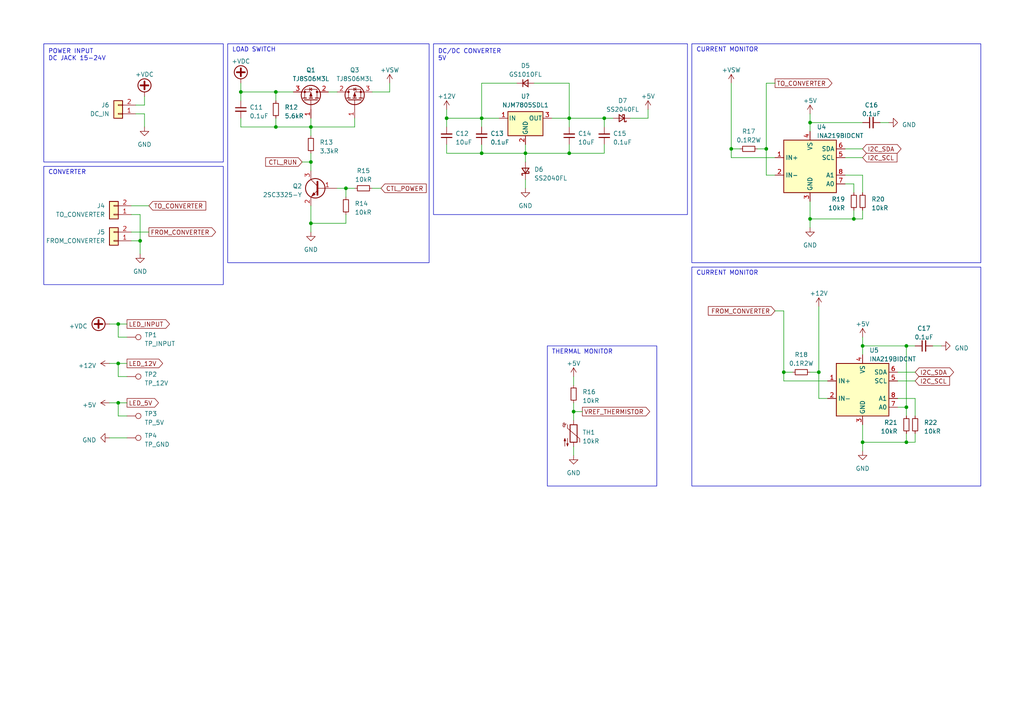
<source format=kicad_sch>
(kicad_sch (version 20231120) (generator "eeschema") (generator_version "8.0")
  (paper "A4")
  (lib_symbols
    (symbol "Connector:TestPoint" (pin_numbers hide) (pin_names (offset 0.762) hide)
      (property "Reference" "TP" (at 0 6.858 0))
      (property "Value" "TestPoint" (at 0 5.08 0))
      (symbol "TestPoint_0_1"
        (circle (center 0 3.302) (radius 0.762))
      )
      (symbol "TestPoint_1_1"
        (pin passive line (at 0 0 90) (length 2.54) (name "1") (number "1"))
      )
    )
    (symbol "Connector_Generic:Conn_01x02" (pin_names (offset 1.016) hide)
      (property "Reference" "J" (at 0 2.54 0))
      (property "Value" "Conn_01x02" (at 0 -5.08 0))
      (symbol "Conn_01x02_1_1"
        (rectangle (start -1.27 -2.413) (end 0 -2.667) (stroke (width 0.1524)))
        (rectangle (start -1.27 0.127) (end 0 -0.127) (stroke (width 0.1524)))
        (rectangle (start -1.27 1.27) (end 1.27 -3.81) (stroke (width 0.254)) (fill (type background)))
        (pin passive line (at -5.08 0 0) (length 3.81) (name "Pin_1") (number "1"))
        (pin passive line (at -5.08 -2.54 0) (length 3.81) (name "Pin_2") (number "2"))
      )
    )
    (symbol "Device:C_Small" (pin_numbers hide) (pin_names (offset 0.254) hide)
      (property "Reference" "C" (at 0.254 1.778 0))
      (property "Value" "C_Small" (at 0.254 -2.032 0))
      (symbol "C_Small_0_1"
        (polyline (pts (xy -1.524 -0.508) (xy 1.524 -0.508)) (stroke (width 0.3302)))
        (polyline (pts (xy -1.524 0.508) (xy 1.524 0.508)) (stroke (width 0.3048)))
      )
      (symbol "C_Small_1_1"
        (pin passive line (at 0 2.54 270) (length 2.032) (name "~") (number "1"))
        (pin passive line (at 0 -2.54 90) (length 2.032) (name "~") (number "2"))
      )
    )
    (symbol "Device:D_Schottky_Small" (pin_numbers hide) (pin_names (offset 0.254) hide)
      (property "Reference" "D" (at -1.27 2.032 0))
      (property "Value" "D_Schottky_Small" (at -7.112 -2.032 0))
      (symbol "D_Schottky_Small_0_1"
        (polyline (pts (xy -0.762 0) (xy 0.762 0)))
        (polyline (pts (xy 0.762 -1.016) (xy -0.762 0) (xy 0.762 1.016) (xy 0.762 -1.016)) (stroke (width 0.254)))
        (polyline (pts (xy -1.27 0.762) (xy -1.27 1.016) (xy -0.762 1.016) (xy -0.762 -1.016) (xy -0.254 -1.016) (xy -0.254 -0.762)) (stroke (width 0.254)))
      )
      (symbol "D_Schottky_Small_1_1"
        (pin passive line (at -2.54 0 0) (length 1.778) (name "K") (number "1"))
        (pin passive line (at 2.54 0 180) (length 1.778) (name "A") (number "2"))
      )
    )
    (symbol "Device:D_Small" (pin_numbers hide) (pin_names (offset 0.254) hide)
      (property "Reference" "D" (at -1.27 2.032 0))
      (property "Value" "D_Small" (at -3.81 -2.032 0))
      (symbol "D_Small_0_1"
        (polyline (pts (xy -0.762 -1.016) (xy -0.762 1.016)) (stroke (width 0.254)))
        (polyline (pts (xy -0.762 0) (xy 0.762 0)))
        (polyline (pts (xy 0.762 -1.016) (xy -0.762 0) (xy 0.762 1.016) (xy 0.762 -1.016)) (stroke (width 0.254)))
      )
      (symbol "D_Small_1_1"
        (pin passive line (at -2.54 0 0) (length 1.778) (name "K") (number "1"))
        (pin passive line (at 2.54 0 180) (length 1.778) (name "A") (number "2"))
      )
    )
    (symbol "Device:Q_NPN_BEC" (pin_names (offset 0) hide)
      (property "Reference" "Q" (at 5.08 1.27 0))
      (property "Value" "Q_NPN_BEC" (at 5.08 -1.27 0))
      (symbol "Q_NPN_BEC_0_1"
        (polyline (pts (xy 0.635 0.635) (xy 2.54 2.54)))
        (polyline (pts (xy 0.635 -0.635) (xy 2.54 -2.54) (xy 2.54 -2.54)))
        (polyline (pts (xy 0.635 1.905) (xy 0.635 -1.905) (xy 0.635 -1.905)) (stroke (width 0.508)))
        (polyline (pts (xy 1.27 -1.778) (xy 1.778 -1.27) (xy 2.286 -2.286) (xy 1.27 -1.778) (xy 1.27 -1.778)) (fill (type outline)))
        (circle (center 1.27 0) (radius 2.8194) (stroke (width 0.254)))
      )
      (symbol "Q_NPN_BEC_1_1"
        (pin input line (at -5.08 0 0) (length 5.715) (name "B") (number "1"))
        (pin passive line (at 2.54 -5.08 90) (length 2.54) (name "E") (number "2"))
        (pin passive line (at 2.54 5.08 270) (length 2.54) (name "C") (number "3"))
      )
    )
    (symbol "Device:R_Small" (pin_numbers hide) (pin_names (offset 0.254) hide)
      (property "Reference" "R" (at 0.762 0.508 0))
      (property "Value" "R_Small" (at 0.762 -1.016 0))
      (symbol "R_Small_0_1"
        (rectangle (start -0.762 1.778) (end 0.762 -1.778) (stroke (width 0.2032)))
      )
      (symbol "R_Small_1_1"
        (pin passive line (at 0 2.54 270) (length 0.762) (name "~") (number "1"))
        (pin passive line (at 0 -2.54 90) (length 0.762) (name "~") (number "2"))
      )
    )
    (symbol "Device:Thermistor_NTC" (pin_numbers hide) (pin_names (offset 0))
      (property "Reference" "TH" (at -4.445 0 90))
      (property "Value" "Thermistor_NTC" (at 3.175 0 90))
      (symbol "Thermistor_NTC_0_1"
        (arc (start -3.048 2.159) (mid -3.0495 2.3143) (end -3.175 2.413))
        (arc (start -3.048 2.159) (mid -2.9736 1.9794) (end -2.794 1.905))
        (arc (start -3.048 2.794) (mid -2.9736 2.6144) (end -2.794 2.54))
        (arc (start -2.794 1.905) (mid -2.6144 1.9794) (end -2.54 2.159))
        (arc (start -2.794 2.54) (mid -2.4393 2.5587) (end -2.159 2.794))
        (arc (start -2.794 3.048) (mid -2.9736 2.9736) (end -3.048 2.794))
        (arc (start -2.54 2.794) (mid -2.6144 2.9736) (end -2.794 3.048))
        (rectangle (start -1.016 2.54) (end 1.016 -2.54) (stroke (width 0.254)))
        (polyline (pts (xy -2.54 2.159) (xy -2.54 2.794)))
        (polyline (pts (xy -1.778 2.54) (xy -1.778 1.524) (xy 1.778 -1.524) (xy 1.778 -2.54)))
        (polyline (pts (xy -2.54 -3.683) (xy -2.54 -1.397) (xy -2.794 -2.159) (xy -2.286 -2.159) (xy -2.54 -1.397) (xy -2.54 -1.651)) (fill (type outline)))
        (polyline (pts (xy -1.778 -1.397) (xy -1.778 -3.683) (xy -2.032 -2.921) (xy -1.524 -2.921) (xy -1.778 -3.683) (xy -1.778 -3.429)) (fill (type outline)))
      )
      (symbol "Thermistor_NTC_1_1"
        (pin passive line (at 0 3.81 270) (length 1.27) (name "~") (number "1"))
        (pin passive line (at 0 -3.81 90) (length 1.27) (name "~") (number "2"))
      )
    )
    (symbol "Regulator_Linear:L7812" (pin_names (offset 0.254))
      (property "Reference" "U" (at -3.81 3.175 0))
      (property "Value" "L7812" (at 0 3.175 0))
      (symbol "L7812_0_1"
        (rectangle (start -5.08 1.905) (end 5.08 -5.08) (stroke (width 0.254)) (fill (type background)))
      )
      (symbol "L7812_1_1"
        (pin power_in line (at -7.62 0 0) (length 2.54) (name "IN") (number "1"))
        (pin power_in line (at 0 -7.62 90) (length 2.54) (name "GND") (number "2"))
        (pin power_out line (at 7.62 0 180) (length 2.54) (name "OUT") (number "3"))
      )
    )
    (symbol "Sensor_Energy:INA219BxDCN"
      (property "Reference" "U" (at -6.35 8.89 0))
      (property "Value" "INA219BxDCN" (at 6.35 8.89 0))
      (symbol "INA219BxDCN_0_1"
        (rectangle (start -7.62 7.62) (end 7.62 -7.62) (stroke (width 0.254)) (fill (type background)))
      )
      (symbol "INA219BxDCN_1_1"
        (pin input line (at -10.16 2.54 0) (length 2.54) (name "IN+") (number "1"))
        (pin input line (at -10.16 -2.54 0) (length 2.54) (name "IN-") (number "2"))
        (pin power_in line (at 0 -10.16 90) (length 2.54) (name "GND") (number "3"))
        (pin power_in line (at 0 10.16 270) (length 2.54) (name "VS") (number "4"))
        (pin input line (at 10.16 2.54 180) (length 2.54) (name "SCL") (number "5"))
        (pin bidirectional line (at 10.16 5.08 180) (length 2.54) (name "SDA") (number "6"))
        (pin input line (at 10.16 -5.08 180) (length 2.54) (name "A0") (number "7"))
        (pin input line (at 10.16 -2.54 180) (length 2.54) (name "A1") (number "8"))
      )
    )
    (symbol "Transistor_FET:QM6015D" (pin_names hide)
      (property "Reference" "Q" (at 5.08 1.905 0))
      (property "Value" "QM6015D" (at 5.08 0 0))
      (symbol "QM6015D_0_1"
        (polyline (pts (xy 0.254 0) (xy -2.54 0)))
        (polyline (pts (xy 0.254 1.905) (xy 0.254 -1.905)) (stroke (width 0.254)))
        (polyline (pts (xy 0.762 -1.27) (xy 0.762 -2.286)) (stroke (width 0.254)))
        (polyline (pts (xy 0.762 0.508) (xy 0.762 -0.508)) (stroke (width 0.254)))
        (polyline (pts (xy 0.762 2.286) (xy 0.762 1.27)) (stroke (width 0.254)))
        (polyline (pts (xy 2.54 2.54) (xy 2.54 1.778)))
        (polyline (pts (xy 2.54 -2.54) (xy 2.54 0) (xy 0.762 0)))
        (polyline (pts (xy 0.762 1.778) (xy 3.302 1.778) (xy 3.302 -1.778) (xy 0.762 -1.778)))
        (polyline (pts (xy 2.286 0) (xy 1.27 0.381) (xy 1.27 -0.381) (xy 2.286 0)) (fill (type outline)))
        (polyline (pts (xy 2.794 -0.508) (xy 2.921 -0.381) (xy 3.683 -0.381) (xy 3.81 -0.254)))
        (polyline (pts (xy 3.302 -0.381) (xy 2.921 0.254) (xy 3.683 0.254) (xy 3.302 -0.381)))
        (circle (center 1.651 0) (radius 2.794) (stroke (width 0.254)))
        (circle (center 2.54 -1.778) (radius 0.254) (fill (type outline)))
        (circle (center 2.54 1.778) (radius 0.254) (fill (type outline)))
      )
      (symbol "QM6015D_1_1"
        (pin passive line (at -5.08 0 0) (length 2.54) (name "G") (number "1"))
        (pin passive line (at 2.54 5.08 270) (length 2.54) (name "D") (number "2"))
        (pin passive line (at 2.54 -5.08 90) (length 2.54) (name "S") (number "3"))
      )
    )
    (symbol "power:+12V" (power) (pin_names (offset 0))
      (property "Value" "+12V" (at 0 3.556 0))
      (symbol "+12V_0_1"
        (polyline (pts (xy -0.762 1.27) (xy 0 2.54)))
        (polyline (pts (xy 0 0) (xy 0 2.54)))
        (polyline (pts (xy 0 2.54) (xy 0.762 1.27)))
      )
      (symbol "+12V_1_1"
        (pin power_in line (at 0 0 90) (length 0) hide (name "+12V") (number "1"))
      )
    )
    (symbol "power:+5V" (power) (pin_names (offset 0))
      (property "Value" "+5V" (at 0 3.556 0))
      (symbol "+5V_0_1"
        (polyline (pts (xy -0.762 1.27) (xy 0 2.54)))
        (polyline (pts (xy 0 0) (xy 0 2.54)))
        (polyline (pts (xy 0 2.54) (xy 0.762 1.27)))
      )
      (symbol "+5V_1_1"
        (pin power_in line (at 0 0 90) (length 0) hide (name "+5V") (number "1"))
      )
    )
    (symbol "power:+VDC" (power) (pin_names (offset 0))
      (property "Value" "+VDC" (at 0 6.35 0))
      (symbol "+VDC_0_1"
        (polyline (pts (xy -1.143 3.175) (xy 1.143 3.175)) (stroke (width 0.508)))
        (polyline (pts (xy 0 0) (xy 0 1.27)))
        (polyline (pts (xy 0 2.032) (xy 0 4.318)) (stroke (width 0.508)))
        (circle (center 0 3.175) (radius 1.905) (stroke (width 0.254)))
      )
      (symbol "+VDC_1_1"
        (pin power_in line (at 0 0 90) (length 0) hide (name "+VDC") (number "1"))
      )
    )
    (symbol "power:+VSW" (power) (pin_names (offset 0))
      (property "Value" "+VSW" (at 0 3.556 0))
      (symbol "+VSW_0_1"
        (polyline (pts (xy -0.762 1.27) (xy 0 2.54)))
        (polyline (pts (xy 0 0) (xy 0 2.54)))
        (polyline (pts (xy 0 2.54) (xy 0.762 1.27)))
      )
      (symbol "+VSW_1_1"
        (pin power_in line (at 0 0 90) (length 0) hide (name "+VSW") (number "1"))
      )
    )
    (symbol "power:GND" (power) (pin_names (offset 0))
      (property "Value" "GND" (at 0 -3.81 0))
      (symbol "GND_0_1"
        (polyline (pts (xy 0 0) (xy 0 -1.27) (xy 1.27 -1.27) (xy 0 -2.54) (xy -1.27 -1.27) (xy 0 -1.27)))
      )
      (symbol "GND_1_1"
        (pin power_in line (at 0 0 270) (length 0) hide (name "GND") (number "1"))
      )
    )
  )
  (junction (at 175.26 34.29))
  (junction (at 262.89 100.33))
  (junction (at 40.64 69.85))
  (junction (at 152.4 44.45))
  (junction (at 262.89 128.27))
  (junction (at 212.09 43.18))
  (junction (at 90.17 64.77))
  (junction (at 234.95 63.5))
  (junction (at 90.17 46.99))
  (junction (at 165.1 34.29))
  (junction (at 227.33 107.95))
  (junction (at 80.01 36.83))
  (junction (at 100.33 54.61))
  (junction (at 80.01 26.67))
  (junction (at 250.19 128.27))
  (junction (at 34.29 105.41))
  (junction (at 250.19 100.33))
  (junction (at 234.95 35.56))
  (junction (at 222.25 43.18))
  (junction (at 262.89 118.11))
  (junction (at 34.29 116.84))
  (junction (at 165.1 44.45))
  (junction (at 166.37 119.38))
  (junction (at 69.85 26.67))
  (junction (at 247.65 63.5))
  (junction (at 139.7 44.45))
  (junction (at 129.54 34.29))
  (junction (at 139.7 34.29))
  (junction (at 237.49 107.95))
  (junction (at 90.17 36.83))
  (junction (at 34.29 93.98))
  (wire (pts (xy 40.64 62.23) (xy 40.64 69.85)))
  (wire (pts (xy 80.01 34.29) (xy 80.01 36.83)))
  (wire (pts (xy 36.83 109.22) (xy 34.29 109.22)))
  (wire (pts (xy 265.43 110.49) (xy 260.35 110.49)))
  (wire (pts (xy 129.54 34.29) (xy 139.7 34.29)))
  (wire (pts (xy 250.19 130.81) (xy 250.19 128.27)))
  (wire (pts (xy 262.89 128.27) (xy 262.89 125.73)))
  (wire (pts (xy 139.7 44.45) (xy 152.4 44.45)))
  (wire (pts (xy 212.09 24.13) (xy 212.09 43.18)))
  (wire (pts (xy 247.65 63.5) (xy 247.65 60.96)))
  (wire (pts (xy 165.1 34.29) (xy 165.1 36.83)))
  (wire (pts (xy 31.75 116.84) (xy 34.29 116.84)))
  (wire (pts (xy 175.26 44.45) (xy 165.1 44.45)))
  (wire (pts (xy 262.89 100.33) (xy 262.89 118.11)))
  (wire (pts (xy 227.33 107.95) (xy 229.87 107.95)))
  (wire (pts (xy 69.85 34.29) (xy 69.85 36.83)))
  (wire (pts (xy 152.4 41.91) (xy 152.4 44.45)))
  (wire (pts (xy 41.91 27.94) (xy 41.91 30.48)))
  (wire (pts (xy 250.19 128.27) (xy 262.89 128.27)))
  (wire (pts (xy 175.26 34.29) (xy 175.26 36.83)))
  (wire (pts (xy 36.83 127) (xy 31.75 127)))
  (wire (pts (xy 102.87 34.29) (xy 102.87 36.83)))
  (wire (pts (xy 34.29 120.65) (xy 34.29 116.84)))
  (wire (pts (xy 219.71 43.18) (xy 222.25 43.18)))
  (wire (pts (xy 265.43 115.57) (xy 265.43 120.65)))
  (wire (pts (xy 224.79 90.17) (xy 227.33 90.17)))
  (wire (pts (xy 262.89 100.33) (xy 265.43 100.33)))
  (wire (pts (xy 69.85 36.83) (xy 80.01 36.83)))
  (wire (pts (xy 234.95 107.95) (xy 237.49 107.95)))
  (wire (pts (xy 175.26 34.29) (xy 177.8 34.29)))
  (wire (pts (xy 227.33 90.17) (xy 227.33 107.95)))
  (wire (pts (xy 224.79 50.8) (xy 222.25 50.8)))
  (wire (pts (xy 139.7 41.91) (xy 139.7 44.45)))
  (wire (pts (xy 87.63 46.99) (xy 90.17 46.99)))
  (wire (pts (xy 100.33 64.77) (xy 90.17 64.77)))
  (wire (pts (xy 90.17 36.83) (xy 90.17 34.29)))
  (wire (pts (xy 113.03 26.67) (xy 107.95 26.67)))
  (wire (pts (xy 107.95 54.61) (xy 110.49 54.61)))
  (wire (pts (xy 100.33 57.15) (xy 100.33 54.61)))
  (wire (pts (xy 212.09 45.72) (xy 224.79 45.72)))
  (wire (pts (xy 90.17 46.99) (xy 90.17 49.53)))
  (wire (pts (xy 100.33 62.23) (xy 100.33 64.77)))
  (wire (pts (xy 222.25 24.13) (xy 222.25 43.18)))
  (wire (pts (xy 224.79 24.13) (xy 222.25 24.13)))
  (wire (pts (xy 80.01 26.67) (xy 69.85 26.67)))
  (wire (pts (xy 85.09 26.67) (xy 80.01 26.67)))
  (wire (pts (xy 154.94 24.13) (xy 165.1 24.13)))
  (wire (pts (xy 250.19 123.19) (xy 250.19 128.27)))
  (wire (pts (xy 166.37 119.38) (xy 166.37 121.92)))
  (wire (pts (xy 100.33 54.61) (xy 97.79 54.61)))
  (wire (pts (xy 129.54 44.45) (xy 139.7 44.45)))
  (wire (pts (xy 250.19 43.18) (xy 245.11 43.18)))
  (wire (pts (xy 234.95 35.56) (xy 234.95 38.1)))
  (wire (pts (xy 139.7 34.29) (xy 139.7 36.83)))
  (wire (pts (xy 38.1 62.23) (xy 40.64 62.23)))
  (wire (pts (xy 129.54 41.91) (xy 129.54 44.45)))
  (wire (pts (xy 41.91 33.02) (xy 41.91 36.83)))
  (wire (pts (xy 273.05 100.33) (xy 270.51 100.33)))
  (wire (pts (xy 245.11 50.8) (xy 250.19 50.8)))
  (wire (pts (xy 34.29 97.79) (xy 34.29 93.98)))
  (wire (pts (xy 100.33 54.61) (xy 102.87 54.61)))
  (wire (pts (xy 90.17 64.77) (xy 90.17 59.69)))
  (wire (pts (xy 260.35 115.57) (xy 265.43 115.57)))
  (wire (pts (xy 166.37 116.84) (xy 166.37 119.38)))
  (wire (pts (xy 34.29 93.98) (xy 31.75 93.98)))
  (wire (pts (xy 247.65 53.34) (xy 245.11 53.34)))
  (wire (pts (xy 250.19 45.72) (xy 245.11 45.72)))
  (wire (pts (xy 250.19 100.33) (xy 262.89 100.33)))
  (wire (pts (xy 212.09 43.18) (xy 212.09 45.72)))
  (wire (pts (xy 40.64 69.85) (xy 40.64 73.66)))
  (wire (pts (xy 250.19 97.79) (xy 250.19 100.33)))
  (wire (pts (xy 227.33 110.49) (xy 240.03 110.49)))
  (wire (pts (xy 38.1 69.85) (xy 40.64 69.85)))
  (wire (pts (xy 36.83 120.65) (xy 34.29 120.65)))
  (wire (pts (xy 237.49 88.9) (xy 237.49 107.95)))
  (wire (pts (xy 166.37 119.38) (xy 168.91 119.38)))
  (wire (pts (xy 160.02 34.29) (xy 165.1 34.29)))
  (wire (pts (xy 175.26 41.91) (xy 175.26 44.45)))
  (wire (pts (xy 182.88 34.29) (xy 187.96 34.29)))
  (wire (pts (xy 129.54 31.75) (xy 129.54 34.29)))
  (wire (pts (xy 227.33 107.95) (xy 227.33 110.49)))
  (wire (pts (xy 80.01 36.83) (xy 90.17 36.83)))
  (wire (pts (xy 95.25 26.67) (xy 97.79 26.67)))
  (wire (pts (xy 250.19 50.8) (xy 250.19 55.88)))
  (wire (pts (xy 222.25 43.18) (xy 222.25 50.8)))
  (wire (pts (xy 234.95 35.56) (xy 250.19 35.56)))
  (wire (pts (xy 234.95 63.5) (xy 247.65 63.5)))
  (wire (pts (xy 144.78 34.29) (xy 139.7 34.29)))
  (wire (pts (xy 69.85 26.67) (xy 69.85 29.21)))
  (wire (pts (xy 34.29 93.98) (xy 36.83 93.98)))
  (wire (pts (xy 90.17 36.83) (xy 90.17 39.37)))
  (wire (pts (xy 240.03 115.57) (xy 237.49 115.57)))
  (wire (pts (xy 237.49 107.95) (xy 237.49 115.57)))
  (wire (pts (xy 247.65 63.5) (xy 250.19 63.5)))
  (wire (pts (xy 262.89 118.11) (xy 260.35 118.11)))
  (wire (pts (xy 34.29 116.84) (xy 36.83 116.84)))
  (wire (pts (xy 34.29 109.22) (xy 34.29 105.41)))
  (wire (pts (xy 166.37 109.22) (xy 166.37 111.76)))
  (wire (pts (xy 102.87 36.83) (xy 90.17 36.83)))
  (wire (pts (xy 90.17 44.45) (xy 90.17 46.99)))
  (wire (pts (xy 247.65 53.34) (xy 247.65 55.88)))
  (wire (pts (xy 265.43 107.95) (xy 260.35 107.95)))
  (wire (pts (xy 139.7 24.13) (xy 149.86 24.13)))
  (wire (pts (xy 152.4 44.45) (xy 152.4 46.99)))
  (wire (pts (xy 250.19 100.33) (xy 250.19 102.87)))
  (wire (pts (xy 234.95 58.42) (xy 234.95 63.5)))
  (wire (pts (xy 139.7 24.13) (xy 139.7 34.29)))
  (wire (pts (xy 265.43 125.73) (xy 265.43 128.27)))
  (wire (pts (xy 39.37 33.02) (xy 41.91 33.02)))
  (wire (pts (xy 165.1 41.91) (xy 165.1 44.45)))
  (wire (pts (xy 113.03 24.13) (xy 113.03 26.67)))
  (wire (pts (xy 38.1 67.31) (xy 43.18 67.31)))
  (wire (pts (xy 262.89 118.11) (xy 262.89 120.65)))
  (wire (pts (xy 69.85 26.67) (xy 69.85 24.13)))
  (wire (pts (xy 90.17 67.31) (xy 90.17 64.77)))
  (wire (pts (xy 262.89 128.27) (xy 265.43 128.27)))
  (wire (pts (xy 166.37 132.08) (xy 166.37 129.54)))
  (wire (pts (xy 257.81 35.56) (xy 255.27 35.56)))
  (wire (pts (xy 38.1 59.69) (xy 43.18 59.69)))
  (wire (pts (xy 165.1 24.13) (xy 165.1 34.29)))
  (wire (pts (xy 187.96 31.75) (xy 187.96 34.29)))
  (wire (pts (xy 129.54 34.29) (xy 129.54 36.83)))
  (wire (pts (xy 34.29 105.41) (xy 31.75 105.41)))
  (wire (pts (xy 152.4 52.07) (xy 152.4 54.61)))
  (wire (pts (xy 36.83 97.79) (xy 34.29 97.79)))
  (wire (pts (xy 234.95 33.02) (xy 234.95 35.56)))
  (wire (pts (xy 34.29 105.41) (xy 36.83 105.41)))
  (wire (pts (xy 165.1 44.45) (xy 152.4 44.45)))
  (wire (pts (xy 41.91 30.48) (xy 39.37 30.48)))
  (wire (pts (xy 165.1 34.29) (xy 175.26 34.29)))
  (wire (pts (xy 212.09 43.18) (xy 214.63 43.18)))
  (wire (pts (xy 234.95 66.04) (xy 234.95 63.5)))
  (wire (pts (xy 80.01 26.67) (xy 80.01 29.21)))
  (wire (pts (xy 250.19 60.96) (xy 250.19 63.5)))
  (rectangle (start 200.66 77.47) (end 284.48 140.97))
  (rectangle (start 66.04 12.7) (end 124.46 76.2))
  (rectangle (start 125.73 12.7) (end 199.39 62.23))
  (rectangle (start 158.75 100.33) (end 190.5 140.97))
  (rectangle (start 200.66 12.7) (end 284.48 76.2))
  (rectangle (start 12.7 12.7) (end 64.77 46.99))
  (rectangle (start 12.7 48.26) (end 64.77 82.55))
  (text "CURRENT MONITOR" (at 201.93 80.01 0) (effects (font (size 1.27 1.27)) (justify left bottom)))
  (text "CURRENT MONITOR" (at 201.93 15.24 0) (effects (font (size 1.27 1.27)) (justify left bottom)))
  (text "POWER INPUT\nDC JACK 15-24V" (at 13.97 17.78 0) (effects (font (size 1.27 1.27)) (justify left bottom)))
  (text "DC/DC CONVERTER\n5V" (at 127 17.78 0) (effects (font (size 1.27 1.27)) (justify left bottom)))
  (text "CONVERTER" (at 13.97 50.8 0) (effects (font (size 1.27 1.27)) (justify left bottom)))
  (text "THERMAL MONITOR" (at 160.02 102.87 0) (effects (font (size 1.27 1.27)) (justify left bottom)))
  (text "LOAD SWITCH" (at 67.31 15.24 0) (effects (font (size 1.27 1.27)) (justify left bottom)))
  (global_label "TO_CONVERTER" (shape input) (at 43.18 59.69 0) (property "Intersheetrefs" "${INTERSHEET_REFS}" (effects (hide yes))))
  (global_label "VREF_THERMISTOR" (shape output) (at 168.91 119.38 0) (property "Intersheetrefs" "${INTERSHEET_REFS}" (effects (hide yes))))
  (global_label "LED_12V" (shape output) (at 36.83 105.41 0) (property "Intersheetrefs" "${INTERSHEET_REFS}" (effects (hide yes))))
  (global_label "I2C_SCL" (shape input) (at 265.43 110.49 0) (property "Intersheetrefs" "${INTERSHEET_REFS}" (effects (hide yes))))
  (global_label "FROM_CONVERTER" (shape output) (at 43.18 67.31 0) (property "Intersheetrefs" "${INTERSHEET_REFS}" (effects (hide yes))))
  (global_label "I2C_SCL" (shape input) (at 250.19 45.72 0) (property "Intersheetrefs" "${INTERSHEET_REFS}" (effects (hide yes))))
  (global_label "TO_CONVERTER" (shape output) (at 224.79 24.13 0) (property "Intersheetrefs" "${INTERSHEET_REFS}" (effects (hide yes))))
  (global_label "LED_5V" (shape output) (at 36.83 116.84 0) (property "Intersheetrefs" "${INTERSHEET_REFS}" (effects (hide yes))))
  (global_label "LED_INPUT" (shape output) (at 36.83 93.98 0) (property "Intersheetrefs" "${INTERSHEET_REFS}" (effects (hide yes))))
  (global_label "FROM_CONVERTER" (shape input) (at 224.79 90.17 180) (property "Intersheetrefs" "${INTERSHEET_REFS}" (effects (hide yes))))
  (global_label "CTL_POWER" (shape input) (at 110.49 54.61 0) (property "Intersheetrefs" "${INTERSHEET_REFS}" (effects (hide yes))))
  (global_label "I2C_SDA" (shape bidirectional) (at 265.43 107.95 0) (property "Intersheetrefs" "${INTERSHEET_REFS}" (effects (hide yes))))
  (global_label "CTL_RUN" (shape input) (at 87.63 46.99 180) (property "Intersheetrefs" "${INTERSHEET_REFS}" (effects (hide yes))))
  (global_label "I2C_SDA" (shape bidirectional) (at 250.19 43.18 0) (property "Intersheetrefs" "${INTERSHEET_REFS}" (effects (hide yes))))
  (symbol (lib_id "Connector_Generic:Conn_01x02") (at 34.29 33.02 180) (unit 1)
    (property "Reference" "J6" (at 31.75 30.48 0) (effects (justify left)))
    (property "Value" "DC_IN" (at 31.75 33.02 0) (effects (justify left)))
    (property "Footprint" "TSRP_TerminalBlock_Alphaplus:TB411-2-2-E-1" (effects (hide yes)))
    (property "Datasheet" "https://akizukidenshi.com/catalog/g/gP-06309/" (effects (hide yes)))
  )
  (symbol (lib_id "Device:D_Schottky_Small") (at 152.4 49.53 90) (unit 1)
    (property "Reference" "D6" (at 154.94 49.149 90) (effects (justify right)))
    (property "Value" "SS2040FL" (at 154.94 51.689 90) (effects (justify right)))
    (property "Footprint" "Diode_SMD:D_SOD-123F" (effects (hide yes)))
    (property "Datasheet" "https://akizukidenshi.com/catalog/g/gI-02073/" (effects (hide yes)))
  )
  (symbol (lib_id "Device:R_Small") (at 166.37 114.3 180) (unit 1)
    (property "Reference" "R16" (at 168.91 113.665 0) (effects (justify right)))
    (property "Value" "10kR" (at 168.91 116.205 0) (effects (justify right)))
    (property "Footprint" "Resistor_SMD:R_0603_1608Metric_Pad0.98x0.95mm_HandSolder" (effects (hide yes)))
    (property "Datasheet" "https://www.chip1stop.com/view/dispDetail/DispDetail?partId=ROHM-0021098" (effects (hide yes)))
  )
  (symbol (lib_id "Sensor_Energy:INA219BxDCN") (at 250.19 113.03 0) (unit 1)
    (property "Reference" "U5" (at 252.1459 101.6 0) (effects (justify left)))
    (property "Value" "INA219BIDCNT" (at 252.1459 104.14 0) (effects (justify left)))
    (property "Footprint" "Package_TO_SOT_SMD:SOT-23-8" (effects (hide yes)))
    (property "Datasheet" "https://www.chip1stop.com/view/dispDetail/DispDetail?partId=TI01-0202709" (effects (hide yes)))
  )
  (symbol (lib_id "power:+VSW") (at 212.09 24.13 0) (unit 1)
    (property "Reference" "#PWR038" (effects (hide yes)))
    (property "Value" "+VSW" (at 212.09 20.32 0))
  )
  (symbol (lib_id "Device:C_Small") (at 165.1 39.37 180) (unit 1)
    (property "Reference" "C14" (at 167.64 38.7286 0) (effects (justify right)))
    (property "Value" "10uF" (at 167.64 41.2686 0) (effects (justify right)))
    (property "Footprint" "Capacitor_SMD:C_1206_3216Metric_Pad1.33x1.80mm_HandSolder" (effects (hide yes)))
    (property "Datasheet" "https://akizukidenshi.com/catalog/g/gP-17338/" (effects (hide yes)))
  )
  (symbol (lib_id "power:GND") (at 257.81 35.56 90) (unit 1)
    (property "Reference" "#PWR044" (effects (hide yes)))
    (property "Value" "GND" (at 261.62 36.195 90) (effects (justify right)))
  )
  (symbol (lib_id "Device:C_Small") (at 69.85 31.75 0) (unit 1)
    (property "Reference" "C11" (at 72.39 31.1213 0) (effects (justify left)))
    (property "Value" "0.1uF" (at 72.39 33.6613 0) (effects (justify left)))
    (property "Footprint" "Capacitor_SMD:C_0603_1608Metric_Pad1.08x0.95mm_HandSolder" (effects (hide yes)))
    (property "Datasheet" "https://akizukidenshi.com/catalog/g/gP-16143/" (effects (hide yes)))
  )
  (symbol (lib_id "Device:Thermistor_NTC") (at 166.37 125.73 0) (unit 1)
    (property "Reference" "TH1" (at 168.91 125.4125 0) (effects (justify left)))
    (property "Value" "10kR" (at 168.91 127.9525 0) (effects (justify left)))
    (property "Footprint" "Resistor_SMD:R_0603_1608Metric_Pad0.98x0.95mm_HandSolder" (effects (hide yes)))
    (property "Datasheet" "https://akizukidenshi.com/catalog/g/gP-05252/" (effects (hide yes)))
  )
  (symbol (lib_id "power:+5V") (at 31.75 116.84 90) (unit 1)
    (property "Reference" "#PWR025" (effects (hide yes)))
    (property "Value" "+5V" (at 27.94 117.475 90) (effects (justify left)))
  )
  (symbol (lib_id "power:+12V") (at 31.75 105.41 90) (unit 1)
    (property "Reference" "#PWR024" (effects (hide yes)))
    (property "Value" "+12V" (at 27.94 106.045 90) (effects (justify left)))
  )
  (symbol (lib_id "Regulator_Linear:L7812") (at 152.4 34.29 0) (unit 1)
    (property "Reference" "U?" (at 152.4 27.94 0))
    (property "Value" "NJM7805SDL1" (at 152.4 30.48 0))
    (property "Footprint" "Package_TO_SOT_SMD:TO-252-2" (effects (hide yes)))
    (property "Datasheet" "https://akizukidenshi.com/catalog/g/gI-11237/" (effects (hide yes)))
    (instances (project "Transformation" (path "" (reference "U?") (unit 1))) (project "SatelliteController" (path "" (reference "U3") (unit 1))))
  )
  (symbol (lib_id "Connector:TestPoint") (at 36.83 97.79 270) (unit 1)
    (property "Reference" "TP1" (at 41.91 97.155 90) (effects (justify left)))
    (property "Value" "TP_INPUT" (at 41.91 99.695 90) (effects (justify left)))
    (property "Footprint" "TestPoint:TestPoint_THTPad_D2.5mm_Drill1.2mm" (effects (hide yes)))
    (property "Datasheet" "https://akizukidenshi.com/catalog/g/gP-12215/" (effects (hide yes)))
  )
  (symbol (lib_id "Device:R_Small") (at 262.89 123.19 0) (mirror y) (unit 1)
    (property "Reference" "R21" (at 260.35 122.555 0) (effects (justify left)))
    (property "Value" "10kR" (at 260.35 125.095 0) (effects (justify left)))
    (property "Footprint" "Resistor_SMD:R_0603_1608Metric_Pad0.98x0.95mm_HandSolder" (effects (hide yes)))
    (property "Datasheet" "https://www.chip1stop.com/view/dispDetail/DispDetail?partId=ROHM-0021098" (effects (hide yes)))
  )
  (symbol (lib_id "Transistor_FET:QM6015D") (at 102.87 29.21 90) (unit 1)
    (property "Reference" "Q3" (at 102.87 20.32 90))
    (property "Value" "TJ8S06M3L" (at 102.87 22.86 90))
    (property "Footprint" "Package_TO_SOT_SMD:TO-252-2" (effects (hide yes)))
    (property "Datasheet" "https://akizukidenshi.com/catalog/g/gI-13964/" (effects (hide yes)))
  )
  (symbol (lib_id "power:GND") (at 90.17 67.31 0) (unit 1)
    (property "Reference" "#PWR031" (effects (hide yes)))
    (property "Value" "GND" (at 90.17 72.39 0))
  )
  (symbol (lib_id "Device:C_Small") (at 175.26 39.37 180) (unit 1)
    (property "Reference" "C15" (at 177.8 38.7286 0) (effects (justify right)))
    (property "Value" "0.1uF" (at 177.8 41.2686 0) (effects (justify right)))
    (property "Footprint" "Capacitor_SMD:C_0603_1608Metric_Pad1.08x0.95mm_HandSolder" (effects (hide yes)))
    (property "Datasheet" "https://akizukidenshi.com/catalog/g/gP-16143/" (effects (hide yes)))
  )
  (symbol (lib_id "Sensor_Energy:INA219BxDCN") (at 234.95 48.26 0) (unit 1)
    (property "Reference" "U4" (at 236.9059 36.83 0) (effects (justify left)))
    (property "Value" "INA219BIDCNT" (at 236.9059 39.37 0) (effects (justify left)))
    (property "Footprint" "Package_TO_SOT_SMD:SOT-23-8" (effects (hide yes)))
    (property "Datasheet" "https://www.chip1stop.com/view/dispDetail/DispDetail?partId=TI01-0202709" (effects (hide yes)))
  )
  (symbol (lib_id "Device:R_Small") (at 80.01 31.75 0) (unit 1)
    (property "Reference" "R12" (at 82.55 31.115 0) (effects (justify left)))
    (property "Value" "5.6kR" (at 82.55 33.655 0) (effects (justify left)))
    (property "Footprint" "Resistor_SMD:R_0603_1608Metric_Pad0.98x0.95mm_HandSolder" (effects (hide yes)))
    (property "Datasheet" "https://www.chip1stop.com/view/dispDetail/DispDetail?partId=ROHM-0040168" (effects (hide yes)))
  )
  (symbol (lib_id "power:+5V") (at 166.37 109.22 0) (unit 1)
    (property "Reference" "#PWR035" (effects (hide yes)))
    (property "Value" "+5V" (at 166.37 105.41 0))
  )
  (symbol (lib_id "Device:C_Small") (at 129.54 39.37 180) (unit 1)
    (property "Reference" "C12" (at 132.08 38.7286 0) (effects (justify right)))
    (property "Value" "10uF" (at 132.08 41.2686 0) (effects (justify right)))
    (property "Footprint" "Capacitor_SMD:C_1206_3216Metric_Pad1.33x1.80mm_HandSolder" (effects (hide yes)))
    (property "Datasheet" "https://akizukidenshi.com/catalog/g/gP-17338/" (effects (hide yes)))
  )
  (symbol (lib_id "power:+5V") (at 250.19 97.79 0) (unit 1)
    (property "Reference" "#PWR042" (effects (hide yes)))
    (property "Value" "+5V" (at 250.19 93.98 0))
  )
  (symbol (lib_id "power:GND") (at 166.37 132.08 0) (unit 1)
    (property "Reference" "#PWR?" (effects (hide yes)))
    (property "Value" "GND" (at 166.37 137.16 0))
    (instances (project "Transformation" (path "" (reference "#PWR?") (unit 1))) (project "SatelliteController" (path "" (reference "#PWR036") (unit 1))) (project "MissionModule" (path "" (reference "#PWR?") (unit 1))))
  )
  (symbol (lib_id "Device:Q_NPN_BEC") (at 92.71 54.61 0) (mirror y) (unit 1)
    (property "Reference" "Q2" (at 87.63 53.975 0) (effects (justify left)))
    (property "Value" "2SC3325-Y" (at 87.63 56.515 0) (effects (justify left)))
    (property "Footprint" "Package_TO_SOT_SMD:SC-59_Handsoldering" (effects (hide yes)))
    (property "Datasheet" "https://akizukidenshi.com/catalog/g/gI-00628/" (effects (hide yes)))
  )
  (symbol (lib_id "power:+VDC") (at 31.75 93.98 90) (unit 1)
    (property "Reference" "#PWR023" (effects (hide yes)))
    (property "Value" "+VDC" (at 25.4 94.615 90) (effects (justify left)))
  )
  (symbol (lib_id "Device:R_Small") (at 105.41 54.61 270) (unit 1)
    (property "Reference" "R15" (at 105.41 49.53 90))
    (property "Value" "10kR" (at 105.41 52.07 90))
    (property "Footprint" "Resistor_SMD:R_0603_1608Metric_Pad0.98x0.95mm_HandSolder" (effects (hide yes)))
    (property "Datasheet" "https://www.chip1stop.com/view/dispDetail/DispDetail?partId=ROHM-0040131" (effects (hide yes)))
  )
  (symbol (lib_id "power:GND") (at 41.91 36.83 0) (unit 1)
    (property "Reference" "#PWR029" (effects (hide yes)))
    (property "Value" "GND" (at 41.91 41.91 0))
  )
  (symbol (lib_id "Device:R_Small") (at 250.19 58.42 180) (unit 1)
    (property "Reference" "R20" (at 252.73 57.785 0) (effects (justify right)))
    (property "Value" "10kR" (at 252.73 60.325 0) (effects (justify right)))
    (property "Footprint" "Resistor_SMD:R_0603_1608Metric_Pad0.98x0.95mm_HandSolder" (effects (hide yes)))
    (property "Datasheet" "https://www.chip1stop.com/view/dispDetail/DispDetail?partId=ROHM-0021098" (effects (hide yes)))
  )
  (symbol (lib_id "Connector:TestPoint") (at 36.83 127 270) (unit 1)
    (property "Reference" "TP4" (at 41.91 126.365 90) (effects (justify left)))
    (property "Value" "TP_GND" (at 41.91 128.905 90) (effects (justify left)))
    (property "Footprint" "TestPoint:TestPoint_THTPad_D2.5mm_Drill1.2mm" (effects (hide yes)))
    (property "Datasheet" "https://akizukidenshi.com/catalog/g/gP-12215/" (effects (hide yes)))
  )
  (symbol (lib_id "power:+12V") (at 237.49 88.9 0) (unit 1)
    (property "Reference" "#PWR041" (effects (hide yes)))
    (property "Value" "+12V" (at 237.49 85.09 0))
  )
  (symbol (lib_id "Connector_Generic:Conn_01x02") (at 33.02 62.23 180) (unit 1)
    (property "Reference" "J4" (at 30.48 59.69 0) (effects (justify left)))
    (property "Value" "TO_CONVERTER" (at 30.48 62.23 0) (effects (justify left)))
    (property "Footprint" "TSRP_TerminalBlock_Alphaplus:TB411-2-2-E-1" (effects (hide yes)))
    (property "Datasheet" "https://akizukidenshi.com/catalog/g/gP-06309/" (effects (hide yes)))
  )
  (symbol (lib_id "Device:R_Small") (at 247.65 58.42 0) (mirror y) (unit 1)
    (property "Reference" "R19" (at 245.11 57.785 0) (effects (justify left)))
    (property "Value" "10kR" (at 245.11 60.325 0) (effects (justify left)))
    (property "Footprint" "Resistor_SMD:R_0603_1608Metric_Pad0.98x0.95mm_HandSolder" (effects (hide yes)))
    (property "Datasheet" "https://www.chip1stop.com/view/dispDetail/DispDetail?partId=ROHM-0021098" (effects (hide yes)))
  )
  (symbol (lib_id "Connector:TestPoint") (at 36.83 109.22 270) (unit 1)
    (property "Reference" "TP2" (at 41.91 108.585 90) (effects (justify left)))
    (property "Value" "TP_12V" (at 41.91 111.125 90) (effects (justify left)))
    (property "Footprint" "TestPoint:TestPoint_THTPad_D2.5mm_Drill1.2mm" (effects (hide yes)))
    (property "Datasheet" "https://akizukidenshi.com/catalog/g/gP-12215/" (effects (hide yes)))
  )
  (symbol (lib_id "Device:D_Schottky_Small") (at 180.34 34.29 180) (unit 1)
    (property "Reference" "D7" (at 180.594 29.21 0))
    (property "Value" "SS2040FL" (at 180.594 31.75 0))
    (property "Footprint" "Diode_SMD:D_SOD-123F" (effects (hide yes)))
    (property "Datasheet" "https://akizukidenshi.com/catalog/g/gI-02073/" (effects (hide yes)))
  )
  (symbol (lib_id "Device:C_Small") (at 252.73 35.56 90) (unit 1)
    (property "Reference" "C16" (at 252.7363 30.48 90))
    (property "Value" "0.1uF" (at 252.7363 33.02 90))
    (property "Footprint" "Capacitor_SMD:C_0603_1608Metric_Pad1.08x0.95mm_HandSolder" (effects (hide yes)))
    (property "Datasheet" "https://akizukidenshi.com/catalog/g/gP-16143/" (effects (hide yes)))
  )
  (symbol (lib_id "power:GND") (at 250.19 130.81 0) (unit 1)
    (property "Reference" "#PWR043" (effects (hide yes)))
    (property "Value" "GND" (at 250.19 135.89 0))
  )
  (symbol (lib_id "Device:R_Small") (at 232.41 107.95 270) (unit 1)
    (property "Reference" "R18" (at 232.41 102.87 90))
    (property "Value" "0.1R2W" (at 232.41 105.41 90))
    (property "Footprint" "Resistor_SMD:R_2816_7142Metric_Pad3.20x4.45mm_HandSolder" (effects (hide yes)))
    (property "Datasheet" "https://www.chip1stop.com/view/dispDetail/DispDetail?partId=VISH-0652940" (effects (hide yes)))
  )
  (symbol (lib_id "power:GND") (at 31.75 127 270) (unit 1)
    (property "Reference" "#PWR026" (effects (hide yes)))
    (property "Value" "GND" (at 27.94 127.635 90) (effects (justify right)))
  )
  (symbol (lib_id "power:+VSW") (at 113.03 24.13 0) (unit 1)
    (property "Reference" "#PWR032" (effects (hide yes)))
    (property "Value" "+VSW" (at 113.03 20.32 0))
  )
  (symbol (lib_id "Device:D_Small") (at 152.4 24.13 0) (unit 1)
    (property "Reference" "D5" (at 152.4 19.05 0))
    (property "Value" "GS1010FL" (at 152.4 21.59 0))
    (property "Footprint" "Diode_SMD:D_SOD-123F" (effects (hide yes)))
    (property "Datasheet" "https://akizukidenshi.com/catalog/g/gI-06014/" (effects (hide yes)))
  )
  (symbol (lib_id "Device:R_Small") (at 265.43 123.19 180) (unit 1)
    (property "Reference" "R22" (at 267.97 122.555 0) (effects (justify right)))
    (property "Value" "10kR" (at 267.97 125.095 0) (effects (justify right)))
    (property "Footprint" "Resistor_SMD:R_0603_1608Metric_Pad0.98x0.95mm_HandSolder" (effects (hide yes)))
    (property "Datasheet" "https://www.chip1stop.com/view/dispDetail/DispDetail?partId=ROHM-0021098" (effects (hide yes)))
  )
  (symbol (lib_id "power:GND") (at 152.4 54.61 0) (unit 1)
    (property "Reference" "#PWR?" (effects (hide yes)))
    (property "Value" "GND" (at 152.4 59.69 0))
    (instances (project "Transformation" (path "" (reference "#PWR?") (unit 1))) (project "SatelliteController" (path "" (reference "#PWR034") (unit 1))) (project "MissionModule" (path "" (reference "#PWR?") (unit 1))))
  )
  (symbol (lib_id "Connector_Generic:Conn_01x02") (at 33.02 69.85 180) (unit 1)
    (property "Reference" "J5" (at 30.48 67.31 0) (effects (justify left)))
    (property "Value" "FROM_CONVERTER" (at 30.48 69.85 0) (effects (justify left)))
    (property "Footprint" "TSRP_TerminalBlock_Alphaplus:TB411-2-2-E-1" (effects (hide yes)))
    (property "Datasheet" "https://akizukidenshi.com/catalog/g/gP-06309/" (effects (hide yes)))
  )
  (symbol (lib_id "power:+12V") (at 129.54 31.75 0) (unit 1)
    (property "Reference" "#PWR033" (effects (hide yes)))
    (property "Value" "+12V" (at 129.54 27.94 0))
  )
  (symbol (lib_id "Device:R_Small") (at 90.17 41.91 0) (unit 1)
    (property "Reference" "R13" (at 92.71 41.275 0) (effects (justify left)))
    (property "Value" "3.3kR" (at 92.71 43.815 0) (effects (justify left)))
    (property "Footprint" "Resistor_SMD:R_0603_1608Metric_Pad0.98x0.95mm_HandSolder" (effects (hide yes)))
    (property "Datasheet" "https://www.chip1stop.com/view/dispDetail/DispDetail?partId=ROHM-0039481" (effects (hide yes)))
  )
  (symbol (lib_id "Transistor_FET:QM6015D") (at 90.17 29.21 270) (mirror x) (unit 1)
    (property "Reference" "Q1" (at 90.17 20.32 90))
    (property "Value" "TJ8S06M3L" (at 90.17 22.86 90))
    (property "Footprint" "Package_TO_SOT_SMD:TO-252-2" (effects (hide yes)))
    (property "Datasheet" "https://akizukidenshi.com/catalog/g/gI-13964/" (effects (hide yes)))
  )
  (symbol (lib_id "Device:C_Small") (at 139.7 39.37 180) (unit 1)
    (property "Reference" "C13" (at 142.24 38.7286 0) (effects (justify right)))
    (property "Value" "0.1uF" (at 142.24 41.2686 0) (effects (justify right)))
    (property "Footprint" "Capacitor_SMD:C_0603_1608Metric_Pad1.08x0.95mm_HandSolder" (effects (hide yes)))
    (property "Datasheet" "https://akizukidenshi.com/catalog/g/gP-16143/" (effects (hide yes)))
  )
  (symbol (lib_id "power:GND") (at 40.64 73.66 0) (unit 1)
    (property "Reference" "#PWR027" (effects (hide yes)))
    (property "Value" "GND" (at 40.64 78.74 0))
  )
  (symbol (lib_id "Device:C_Small") (at 267.97 100.33 90) (unit 1)
    (property "Reference" "C17" (at 267.9763 95.25 90))
    (property "Value" "0.1uF" (at 267.9763 97.79 90))
    (property "Footprint" "Capacitor_SMD:C_0603_1608Metric_Pad1.08x0.95mm_HandSolder" (effects (hide yes)))
    (property "Datasheet" "https://akizukidenshi.com/catalog/g/gP-16143/" (effects (hide yes)))
  )
  (symbol (lib_id "power:GND") (at 273.05 100.33 90) (unit 1)
    (property "Reference" "#PWR045" (effects (hide yes)))
    (property "Value" "GND" (at 276.86 100.965 90) (effects (justify right)))
  )
  (symbol (lib_id "power:GND") (at 234.95 66.04 0) (unit 1)
    (property "Reference" "#PWR040" (effects (hide yes)))
    (property "Value" "GND" (at 234.95 71.12 0))
  )
  (symbol (lib_id "power:+5V") (at 187.96 31.75 0) (unit 1)
    (property "Reference" "#PWR037" (effects (hide yes)))
    (property "Value" "+5V" (at 187.96 27.94 0))
  )
  (symbol (lib_id "power:+VDC") (at 69.85 24.13 0) (unit 1)
    (property "Reference" "#PWR030" (effects (hide yes)))
    (property "Value" "+VDC" (at 69.85 17.78 0))
  )
  (symbol (lib_id "Connector:TestPoint") (at 36.83 120.65 270) (unit 1)
    (property "Reference" "TP3" (at 41.91 120.015 90) (effects (justify left)))
    (property "Value" "TP_5V" (at 41.91 122.555 90) (effects (justify left)))
    (property "Footprint" "TestPoint:TestPoint_THTPad_D2.5mm_Drill1.2mm" (effects (hide yes)))
    (property "Datasheet" "https://akizukidenshi.com/catalog/g/gP-12215/" (effects (hide yes)))
  )
  (symbol (lib_id "power:+VDC") (at 41.91 27.94 0) (unit 1)
    (property "Reference" "#PWR028" (effects (hide yes)))
    (property "Value" "+VDC" (at 41.91 21.59 0))
  )
  (symbol (lib_id "Device:R_Small") (at 217.17 43.18 270) (unit 1)
    (property "Reference" "R17" (at 217.17 38.1 90))
    (property "Value" "0.1R2W" (at 217.17 40.64 90))
    (property "Footprint" "Resistor_SMD:R_2816_7142Metric_Pad3.20x4.45mm_HandSolder" (effects (hide yes)))
    (property "Datasheet" "https://www.chip1stop.com/view/dispDetail/DispDetail?partId=VISH-0652940" (effects (hide yes)))
  )
  (symbol (lib_id "power:+5V") (at 234.95 33.02 0) (unit 1)
    (property "Reference" "#PWR039" (effects (hide yes)))
    (property "Value" "+5V" (at 234.95 29.21 0))
  )
  (symbol (lib_id "Device:R_Small") (at 100.33 59.69 0) (unit 1)
    (property "Reference" "R14" (at 102.87 59.055 0) (effects (justify left)))
    (property "Value" "10kR" (at 102.87 61.595 0) (effects (justify left)))
    (property "Footprint" "Resistor_SMD:R_0603_1608Metric_Pad0.98x0.95mm_HandSolder" (effects (hide yes)))
    (property "Datasheet" "https://www.chip1stop.com/view/dispDetail/DispDetail?partId=ROHM-0021098" (effects (hide yes)))
  )
)
</source>
